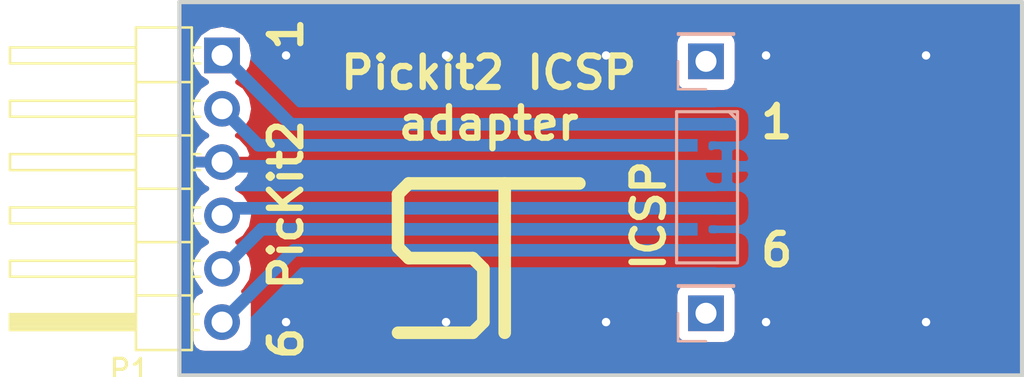
<source format=kicad_pcb>
(kicad_pcb (version 4) (host pcbnew 4.0.7)

  (general
    (links 6)
    (no_connects 0)
    (area 113.176999 105.477 162.200001 125.265)
    (thickness 1.6)
    (drawings 21)
    (tracks 22)
    (zones 0)
    (modules 4)
    (nets 7)
  )

  (page A4)
  (layers
    (0 F.Cu signal)
    (31 B.Cu signal)
    (32 B.Adhes user)
    (33 F.Adhes user)
    (34 B.Paste user)
    (35 F.Paste user)
    (36 B.SilkS user hide)
    (37 F.SilkS user)
    (38 B.Mask user)
    (39 F.Mask user)
    (40 Dwgs.User user)
    (41 Cmts.User user)
    (42 Eco1.User user)
    (43 Eco2.User user)
    (44 Edge.Cuts user)
    (45 Margin user)
    (46 B.CrtYd user)
    (47 F.CrtYd user)
    (48 B.Fab user)
    (49 F.Fab user)
  )

  (setup
    (last_trace_width 0.6)
    (trace_clearance 0.2)
    (zone_clearance 0.508)
    (zone_45_only no)
    (trace_min 0.2)
    (segment_width 0.6)
    (edge_width 0.6)
    (via_size 0.6)
    (via_drill 0.4)
    (via_min_size 0.4)
    (via_min_drill 0.3)
    (uvia_size 0.3)
    (uvia_drill 0.1)
    (uvias_allowed no)
    (uvia_min_size 0.2)
    (uvia_min_drill 0.1)
    (pcb_text_width 0.3)
    (pcb_text_size 1.5 1.5)
    (mod_edge_width 0.15)
    (mod_text_size 1 1)
    (mod_text_width 0.15)
    (pad_size 1.7 1.7)
    (pad_drill 1)
    (pad_to_mask_clearance 0.2)
    (aux_axis_origin 0 0)
    (visible_elements 7FFFFF9F)
    (pcbplotparams
      (layerselection 0x010f0_80000001)
      (usegerberextensions false)
      (excludeedgelayer true)
      (linewidth 0.150000)
      (plotframeref false)
      (viasonmask false)
      (mode 1)
      (useauxorigin false)
      (hpglpennumber 1)
      (hpglpenspeed 20)
      (hpglpendiameter 15)
      (hpglpenoverlay 2)
      (psnegative false)
      (psa4output false)
      (plotreference true)
      (plotvalue true)
      (plotinvisibletext false)
      (padsonsilk false)
      (subtractmaskfromsilk false)
      (outputformat 1)
      (mirror false)
      (drillshape 0)
      (scaleselection 1)
      (outputdirectory out/))
  )

  (net 0 "")
  (net 1 "Net-(J1-Pad1)")
  (net 2 "Net-(J1-Pad2)")
  (net 3 GND)
  (net 4 "Net-(J1-Pad4)")
  (net 5 "Net-(J1-Pad5)")
  (net 6 "Net-(J1-Pad6)")

  (net_class Default "Ceci est la Netclass par défaut"
    (clearance 0.2)
    (trace_width 0.6)
    (via_dia 0.6)
    (via_drill 0.4)
    (uvia_dia 0.3)
    (uvia_drill 0.1)
    (add_net GND)
    (add_net "Net-(J1-Pad1)")
    (add_net "Net-(J1-Pad2)")
    (add_net "Net-(J1-Pad4)")
    (add_net "Net-(J1-Pad5)")
    (add_net "Net-(J1-Pad6)")
  )

  (module Pin_Headers:Pin_Header_Angled_1x06_Pitch2.54mm (layer F.Cu) (tedit 5AE319E2) (tstamp 5ABB7DFE)
    (at 123.952 121.92 180)
    (descr "Through hole angled pin header, 1x06, 2.54mm pitch, 6mm pin length, single row")
    (tags "Through hole angled pin header THT 1x06 2.54mm single row")
    (path /5ABB75B3)
    (fp_text reference P1 (at 4.385 -2.27 180) (layer F.SilkS)
      (effects (font (size 1 1) (thickness 0.15)))
    )
    (fp_text value ICSP_PicKit2 (at -3.048 6.604 270) (layer F.Fab) hide
      (effects (font (size 1 1) (thickness 0.15)))
    )
    (fp_line (start 2.135 -1.27) (end 4.04 -1.27) (layer F.Fab) (width 0.1))
    (fp_line (start 4.04 -1.27) (end 4.04 13.97) (layer F.Fab) (width 0.1))
    (fp_line (start 4.04 13.97) (end 1.5 13.97) (layer F.Fab) (width 0.1))
    (fp_line (start 1.5 13.97) (end 1.5 -0.635) (layer F.Fab) (width 0.1))
    (fp_line (start 1.5 -0.635) (end 2.135 -1.27) (layer F.Fab) (width 0.1))
    (fp_line (start -0.32 -0.32) (end 1.5 -0.32) (layer F.Fab) (width 0.1))
    (fp_line (start -0.32 -0.32) (end -0.32 0.32) (layer F.Fab) (width 0.1))
    (fp_line (start -0.32 0.32) (end 1.5 0.32) (layer F.Fab) (width 0.1))
    (fp_line (start 4.04 -0.32) (end 10.04 -0.32) (layer F.Fab) (width 0.1))
    (fp_line (start 10.04 -0.32) (end 10.04 0.32) (layer F.Fab) (width 0.1))
    (fp_line (start 4.04 0.32) (end 10.04 0.32) (layer F.Fab) (width 0.1))
    (fp_line (start -0.32 2.22) (end 1.5 2.22) (layer F.Fab) (width 0.1))
    (fp_line (start -0.32 2.22) (end -0.32 2.86) (layer F.Fab) (width 0.1))
    (fp_line (start -0.32 2.86) (end 1.5 2.86) (layer F.Fab) (width 0.1))
    (fp_line (start 4.04 2.22) (end 10.04 2.22) (layer F.Fab) (width 0.1))
    (fp_line (start 10.04 2.22) (end 10.04 2.86) (layer F.Fab) (width 0.1))
    (fp_line (start 4.04 2.86) (end 10.04 2.86) (layer F.Fab) (width 0.1))
    (fp_line (start -0.32 4.76) (end 1.5 4.76) (layer F.Fab) (width 0.1))
    (fp_line (start -0.32 4.76) (end -0.32 5.4) (layer F.Fab) (width 0.1))
    (fp_line (start -0.32 5.4) (end 1.5 5.4) (layer F.Fab) (width 0.1))
    (fp_line (start 4.04 4.76) (end 10.04 4.76) (layer F.Fab) (width 0.1))
    (fp_line (start 10.04 4.76) (end 10.04 5.4) (layer F.Fab) (width 0.1))
    (fp_line (start 4.04 5.4) (end 10.04 5.4) (layer F.Fab) (width 0.1))
    (fp_line (start -0.32 7.3) (end 1.5 7.3) (layer F.Fab) (width 0.1))
    (fp_line (start -0.32 7.3) (end -0.32 7.94) (layer F.Fab) (width 0.1))
    (fp_line (start -0.32 7.94) (end 1.5 7.94) (layer F.Fab) (width 0.1))
    (fp_line (start 4.04 7.3) (end 10.04 7.3) (layer F.Fab) (width 0.1))
    (fp_line (start 10.04 7.3) (end 10.04 7.94) (layer F.Fab) (width 0.1))
    (fp_line (start 4.04 7.94) (end 10.04 7.94) (layer F.Fab) (width 0.1))
    (fp_line (start -0.32 9.84) (end 1.5 9.84) (layer F.Fab) (width 0.1))
    (fp_line (start -0.32 9.84) (end -0.32 10.48) (layer F.Fab) (width 0.1))
    (fp_line (start -0.32 10.48) (end 1.5 10.48) (layer F.Fab) (width 0.1))
    (fp_line (start 4.04 9.84) (end 10.04 9.84) (layer F.Fab) (width 0.1))
    (fp_line (start 10.04 9.84) (end 10.04 10.48) (layer F.Fab) (width 0.1))
    (fp_line (start 4.04 10.48) (end 10.04 10.48) (layer F.Fab) (width 0.1))
    (fp_line (start -0.32 12.38) (end 1.5 12.38) (layer F.Fab) (width 0.1))
    (fp_line (start -0.32 12.38) (end -0.32 13.02) (layer F.Fab) (width 0.1))
    (fp_line (start -0.32 13.02) (end 1.5 13.02) (layer F.Fab) (width 0.1))
    (fp_line (start 4.04 12.38) (end 10.04 12.38) (layer F.Fab) (width 0.1))
    (fp_line (start 10.04 12.38) (end 10.04 13.02) (layer F.Fab) (width 0.1))
    (fp_line (start 4.04 13.02) (end 10.04 13.02) (layer F.Fab) (width 0.1))
    (fp_line (start 1.44 -1.33) (end 1.44 14.03) (layer F.SilkS) (width 0.12))
    (fp_line (start 1.44 14.03) (end 4.1 14.03) (layer F.SilkS) (width 0.12))
    (fp_line (start 4.1 14.03) (end 4.1 -1.33) (layer F.SilkS) (width 0.12))
    (fp_line (start 4.1 -1.33) (end 1.44 -1.33) (layer F.SilkS) (width 0.12))
    (fp_line (start 4.1 -0.38) (end 10.1 -0.38) (layer F.SilkS) (width 0.12))
    (fp_line (start 10.1 -0.38) (end 10.1 0.38) (layer F.SilkS) (width 0.12))
    (fp_line (start 10.1 0.38) (end 4.1 0.38) (layer F.SilkS) (width 0.12))
    (fp_line (start 4.1 -0.32) (end 10.1 -0.32) (layer F.SilkS) (width 0.12))
    (fp_line (start 4.1 -0.2) (end 10.1 -0.2) (layer F.SilkS) (width 0.12))
    (fp_line (start 4.1 -0.08) (end 10.1 -0.08) (layer F.SilkS) (width 0.12))
    (fp_line (start 4.1 0.04) (end 10.1 0.04) (layer F.SilkS) (width 0.12))
    (fp_line (start 4.1 0.16) (end 10.1 0.16) (layer F.SilkS) (width 0.12))
    (fp_line (start 4.1 0.28) (end 10.1 0.28) (layer F.SilkS) (width 0.12))
    (fp_line (start 1.11 -0.38) (end 1.44 -0.38) (layer F.SilkS) (width 0.12))
    (fp_line (start 1.11 0.38) (end 1.44 0.38) (layer F.SilkS) (width 0.12))
    (fp_line (start 1.44 1.27) (end 4.1 1.27) (layer F.SilkS) (width 0.12))
    (fp_line (start 4.1 2.16) (end 10.1 2.16) (layer F.SilkS) (width 0.12))
    (fp_line (start 10.1 2.16) (end 10.1 2.92) (layer F.SilkS) (width 0.12))
    (fp_line (start 10.1 2.92) (end 4.1 2.92) (layer F.SilkS) (width 0.12))
    (fp_line (start 1.042929 2.16) (end 1.44 2.16) (layer F.SilkS) (width 0.12))
    (fp_line (start 1.042929 2.92) (end 1.44 2.92) (layer F.SilkS) (width 0.12))
    (fp_line (start 1.44 3.81) (end 4.1 3.81) (layer F.SilkS) (width 0.12))
    (fp_line (start 4.1 4.7) (end 10.1 4.7) (layer F.SilkS) (width 0.12))
    (fp_line (start 10.1 4.7) (end 10.1 5.46) (layer F.SilkS) (width 0.12))
    (fp_line (start 10.1 5.46) (end 4.1 5.46) (layer F.SilkS) (width 0.12))
    (fp_line (start 1.042929 4.7) (end 1.44 4.7) (layer F.SilkS) (width 0.12))
    (fp_line (start 1.042929 5.46) (end 1.44 5.46) (layer F.SilkS) (width 0.12))
    (fp_line (start 1.44 6.35) (end 4.1 6.35) (layer F.SilkS) (width 0.12))
    (fp_line (start 4.1 7.24) (end 10.1 7.24) (layer F.SilkS) (width 0.12))
    (fp_line (start 10.1 7.24) (end 10.1 8) (layer F.SilkS) (width 0.12))
    (fp_line (start 10.1 8) (end 4.1 8) (layer F.SilkS) (width 0.12))
    (fp_line (start 1.042929 7.24) (end 1.44 7.24) (layer F.SilkS) (width 0.12))
    (fp_line (start 1.042929 8) (end 1.44 8) (layer F.SilkS) (width 0.12))
    (fp_line (start 1.44 8.89) (end 4.1 8.89) (layer F.SilkS) (width 0.12))
    (fp_line (start 4.1 9.78) (end 10.1 9.78) (layer F.SilkS) (width 0.12))
    (fp_line (start 10.1 9.78) (end 10.1 10.54) (layer F.SilkS) (width 0.12))
    (fp_line (start 10.1 10.54) (end 4.1 10.54) (layer F.SilkS) (width 0.12))
    (fp_line (start 1.042929 9.78) (end 1.44 9.78) (layer F.SilkS) (width 0.12))
    (fp_line (start 1.042929 10.54) (end 1.44 10.54) (layer F.SilkS) (width 0.12))
    (fp_line (start 1.44 11.43) (end 4.1 11.43) (layer F.SilkS) (width 0.12))
    (fp_line (start 4.1 12.32) (end 10.1 12.32) (layer F.SilkS) (width 0.12))
    (fp_line (start 10.1 12.32) (end 10.1 13.08) (layer F.SilkS) (width 0.12))
    (fp_line (start 10.1 13.08) (end 4.1 13.08) (layer F.SilkS) (width 0.12))
    (fp_line (start 1.042929 12.32) (end 1.44 12.32) (layer F.SilkS) (width 0.12))
    (fp_line (start 1.042929 13.08) (end 1.44 13.08) (layer F.SilkS) (width 0.12))
    (fp_line (start -1.8 -1.8) (end -1.8 14.5) (layer F.CrtYd) (width 0.05))
    (fp_line (start -1.8 14.5) (end 10.55 14.5) (layer F.CrtYd) (width 0.05))
    (fp_line (start 10.55 14.5) (end 10.55 -1.8) (layer F.CrtYd) (width 0.05))
    (fp_line (start 10.55 -1.8) (end -1.8 -1.8) (layer F.CrtYd) (width 0.05))
    (fp_text user %R (at 2.77 6.35 270) (layer F.Fab) hide
      (effects (font (size 1 1) (thickness 0.15)))
    )
    (pad 6 thru_hole oval (at 0 0 180) (size 1.7 1.7) (drill 1) (layers *.Cu *.Mask)
      (net 6 "Net-(J1-Pad6)"))
    (pad 5 thru_hole oval (at 0 2.54 180) (size 1.7 1.7) (drill 1) (layers *.Cu *.Mask)
      (net 5 "Net-(J1-Pad5)"))
    (pad 4 thru_hole oval (at 0 5.08 180) (size 1.7 1.7) (drill 1) (layers *.Cu *.Mask)
      (net 4 "Net-(J1-Pad4)"))
    (pad 3 thru_hole oval (at 0 7.62 180) (size 1.7 1.7) (drill 1) (layers *.Cu *.Mask)
      (net 3 GND))
    (pad 2 thru_hole oval (at 0 10.16 180) (size 1.7 1.7) (drill 1) (layers *.Cu *.Mask)
      (net 2 "Net-(J1-Pad2)"))
    (pad 1 thru_hole rect (at 0 12.7 180) (size 1.7 1.7) (drill 1) (layers *.Cu *.Mask)
      (net 1 "Net-(J1-Pad1)"))
    (model ${KISYS3DMOD}/Pin_Headers.3dshapes/Pin_Header_Angled_1x06_Pitch2.54mm.wrl
      (at (xyz 0 0 0))
      (scale (xyz 1 1 1))
      (rotate (xyz 0 0 0))
    )
  )

  (module Pin_Headers:Pin_Header_Straight_1x01_Pitch2.54mm (layer B.Cu) (tedit 5ABB7FD6) (tstamp 5ABB7F37)
    (at 147 121.5)
    (descr "Through hole straight pin header, 1x01, 2.54mm pitch, single row")
    (tags "Through hole pin header THT 1x01 2.54mm single row")
    (fp_text reference REF** (at 0 2.33) (layer B.SilkS) hide
      (effects (font (size 1 1) (thickness 0.15)) (justify mirror))
    )
    (fp_text value Pin_Header_Straight_1x01_Pitch2.54mm (at 0 -2.33) (layer B.Fab) hide
      (effects (font (size 1 1) (thickness 0.15)) (justify mirror))
    )
    (fp_line (start -0.635 1.27) (end 1.27 1.27) (layer B.Fab) (width 0.1))
    (fp_line (start 1.27 1.27) (end 1.27 -1.27) (layer B.Fab) (width 0.1))
    (fp_line (start 1.27 -1.27) (end -1.27 -1.27) (layer B.Fab) (width 0.1))
    (fp_line (start -1.27 -1.27) (end -1.27 0.635) (layer B.Fab) (width 0.1))
    (fp_line (start -1.27 0.635) (end -0.635 1.27) (layer B.Fab) (width 0.1))
    (fp_line (start -1.33 -1.33) (end 1.33 -1.33) (layer B.SilkS) (width 0.12))
    (fp_line (start -1.33 -1.27) (end -1.33 -1.33) (layer B.SilkS) (width 0.12))
    (fp_line (start 1.33 -1.27) (end 1.33 -1.33) (layer B.SilkS) (width 0.12))
    (fp_line (start -1.33 -1.27) (end 1.33 -1.27) (layer B.SilkS) (width 0.12))
    (fp_line (start -1.33 0) (end -1.33 1.33) (layer B.SilkS) (width 0.12))
    (fp_line (start -1.33 1.33) (end 0 1.33) (layer B.SilkS) (width 0.12))
    (fp_line (start -1.8 1.8) (end -1.8 -1.8) (layer B.CrtYd) (width 0.05))
    (fp_line (start -1.8 -1.8) (end 1.8 -1.8) (layer B.CrtYd) (width 0.05))
    (fp_line (start 1.8 -1.8) (end 1.8 1.8) (layer B.CrtYd) (width 0.05))
    (fp_line (start 1.8 1.8) (end -1.8 1.8) (layer B.CrtYd) (width 0.05))
    (fp_text user %R (at 0 0 90) (layer B.Fab) hide
      (effects (font (size 1 1) (thickness 0.15)) (justify mirror))
    )
    (pad 1 thru_hole rect (at 0 0) (size 1.7 1.7) (drill 1) (layers *.Cu *.Mask))
    (model ${KISYS3DMOD}/Pin_Headers.3dshapes/Pin_Header_Straight_1x01_Pitch2.54mm.wrl
      (at (xyz 0 0 0))
      (scale (xyz 1 1 1))
      (rotate (xyz 0 0 0))
    )
  )

  (module "AVX 00-9188 006:AVX_00-9188_006" (layer B.Cu) (tedit 5ABB81B0) (tstamp 5ABB7DF4)
    (at 148 112.5 270)
    (path /5ABB7664)
    (fp_text reference J1 (at 3.5 3.25 270) (layer B.SilkS) hide
      (effects (font (size 1 1) (thickness 0.15)) (justify mirror))
    )
    (fp_text value "AVX 00-9188 006" (at 3.5 4.75 270) (layer B.Fab) hide
      (effects (font (size 1 1) (thickness 0.15)) (justify mirror))
    )
    (fp_line (start -0.6 -0.1) (end -0.2 -0.5) (layer B.SilkS) (width 0.15))
    (fp_line (start -0.6 -0.5) (end -0.6 2.4) (layer B.SilkS) (width 0.15))
    (fp_line (start -0.6 2.4) (end 6.6 2.4) (layer B.SilkS) (width 0.15))
    (fp_line (start 6.6 2.4) (end 6.6 -0.5) (layer B.SilkS) (width 0.15))
    (fp_line (start 6.6 -0.5) (end -0.6 -0.5) (layer B.SilkS) (width 0.15))
    (pad 1 smd rect (at 0 0 270) (size 0.6 1) (layers B.Cu B.Paste B.Mask)
      (net 1 "Net-(J1-Pad1)"))
    (pad 2 smd rect (at 1 1.9 270) (size 0.6 1) (layers B.Cu B.Paste B.Mask)
      (net 2 "Net-(J1-Pad2)"))
    (pad 3 smd rect (at 2 0 270) (size 0.6 1) (layers B.Cu B.Paste B.Mask)
      (net 3 GND))
    (pad 4 smd rect (at 4 0 270) (size 0.6 1) (layers B.Cu B.Paste B.Mask)
      (net 4 "Net-(J1-Pad4)"))
    (pad 5 smd rect (at 5 1.9 270) (size 0.6 1) (layers B.Cu B.Paste B.Mask)
      (net 5 "Net-(J1-Pad5)"))
    (pad 6 smd rect (at 6 0 270) (size 0.6 1) (layers B.Cu B.Paste B.Mask)
      (net 6 "Net-(J1-Pad6)"))
  )

  (module Pin_Headers:Pin_Header_Straight_1x01_Pitch2.54mm (layer B.Cu) (tedit 5ABB7FCE) (tstamp 5ABB7E26)
    (at 147 109.5)
    (descr "Through hole straight pin header, 1x01, 2.54mm pitch, single row")
    (tags "Through hole pin header THT 1x01 2.54mm single row")
    (fp_text reference REF** (at 0 -3.048) (layer B.SilkS) hide
      (effects (font (size 1 1) (thickness 0.15)) (justify mirror))
    )
    (fp_text value Pin_Header_Straight_1x01_Pitch2.54mm (at 0 -2.33) (layer B.Fab) hide
      (effects (font (size 1 1) (thickness 0.15)) (justify mirror))
    )
    (fp_line (start -0.635 1.27) (end 1.27 1.27) (layer B.Fab) (width 0.1))
    (fp_line (start 1.27 1.27) (end 1.27 -1.27) (layer B.Fab) (width 0.1))
    (fp_line (start 1.27 -1.27) (end -1.27 -1.27) (layer B.Fab) (width 0.1))
    (fp_line (start -1.27 -1.27) (end -1.27 0.635) (layer B.Fab) (width 0.1))
    (fp_line (start -1.27 0.635) (end -0.635 1.27) (layer B.Fab) (width 0.1))
    (fp_line (start -1.33 -1.33) (end 1.33 -1.33) (layer B.SilkS) (width 0.12))
    (fp_line (start -1.33 -1.27) (end -1.33 -1.33) (layer B.SilkS) (width 0.12))
    (fp_line (start 1.33 -1.27) (end 1.33 -1.33) (layer B.SilkS) (width 0.12))
    (fp_line (start -1.33 -1.27) (end 1.33 -1.27) (layer B.SilkS) (width 0.12))
    (fp_line (start -1.33 0) (end -1.33 1.33) (layer B.SilkS) (width 0.12))
    (fp_line (start -1.33 1.33) (end 0 1.33) (layer B.SilkS) (width 0.12))
    (fp_line (start -1.8 1.8) (end -1.8 -1.8) (layer B.CrtYd) (width 0.05))
    (fp_line (start -1.8 -1.8) (end 1.8 -1.8) (layer B.CrtYd) (width 0.05))
    (fp_line (start 1.8 -1.8) (end 1.8 1.8) (layer B.CrtYd) (width 0.05))
    (fp_line (start 1.8 1.8) (end -1.8 1.8) (layer B.CrtYd) (width 0.05))
    (fp_text user %R (at 0 0 90) (layer B.Fab) hide
      (effects (font (size 1 1) (thickness 0.15)) (justify mirror))
    )
    (pad 1 thru_hole rect (at 0 0) (size 1.7 1.7) (drill 1) (layers *.Cu *.Mask))
    (model ${KISYS3DMOD}/Pin_Headers.3dshapes/Pin_Header_Straight_1x01_Pitch2.54mm.wrl
      (at (xyz 0 0 0))
      (scale (xyz 1 1 1))
      (rotate (xyz 0 0 0))
    )
  )

  (gr_text 6 (at 150.368 118.491) (layer F.SilkS)
    (effects (font (size 1.5 1.5) (thickness 0.3)))
  )
  (gr_text 1 (at 150.368 112.395) (layer F.SilkS)
    (effects (font (size 1.5 1.5) (thickness 0.3)))
  )
  (gr_text 1 (at 127 108.204 90) (layer F.SilkS)
    (effects (font (size 1.5 1.5) (thickness 0.3)))
  )
  (gr_text 6 (at 127 122.936 90) (layer F.SilkS)
    (effects (font (size 1.5 1.5) (thickness 0.3)))
  )
  (gr_line (start 137.414 122.428) (end 137.414 115.316) (angle 90) (layer F.SilkS) (width 0.6))
  (gr_line (start 132.842 115.316) (end 140.97 115.316) (angle 90) (layer F.SilkS) (width 0.6))
  (gr_line (start 132.334 115.824) (end 132.842 115.316) (angle 90) (layer F.SilkS) (width 0.6))
  (gr_line (start 132.334 118.364) (end 132.334 115.824) (angle 90) (layer F.SilkS) (width 0.6))
  (gr_line (start 132.842 118.872) (end 132.334 118.364) (angle 90) (layer F.SilkS) (width 0.6))
  (gr_line (start 135.89 118.872) (end 132.842 118.872) (angle 90) (layer F.SilkS) (width 0.6))
  (gr_line (start 136.398 119.38) (end 135.89 118.872) (angle 90) (layer F.SilkS) (width 0.6))
  (gr_line (start 136.398 121.92) (end 136.398 119.38) (angle 90) (layer F.SilkS) (width 0.6))
  (gr_line (start 135.89 122.428) (end 136.398 121.92) (angle 90) (layer F.SilkS) (width 0.6))
  (gr_line (start 132.334 122.428) (end 135.89 122.428) (angle 90) (layer F.SilkS) (width 0.6))
  (gr_text "Pickit2 ICSP\nadapter" (at 136.652 111.252) (layer F.SilkS)
    (effects (font (size 1.5 1.5) (thickness 0.3)))
  )
  (gr_text ICSP (at 144.272 116.84 90) (layer F.SilkS)
    (effects (font (size 1.5 1.5) (thickness 0.3)))
  )
  (gr_text PicKit2 (at 127 116.332 90) (layer F.SilkS)
    (effects (font (size 1.5 1.5) (thickness 0.3)))
  )
  (gr_line (start 121.92 124.46) (end 121.92 106.68) (angle 90) (layer Edge.Cuts) (width 0.2))
  (gr_line (start 162.052 124.46) (end 121.92 124.46) (angle 90) (layer Edge.Cuts) (width 0.2))
  (gr_line (start 162.052 106.68) (end 162.052 124.46) (angle 90) (layer Edge.Cuts) (width 0.2))
  (gr_line (start 121.92 106.68) (end 162.052 106.68) (angle 90) (layer Edge.Cuts) (width 0.2))

  (via (at 157.48 121.92) (size 0.6) (drill 0.4) (layers F.Cu B.Cu) (net 0))
  (via (at 157.48 109.22) (size 0.6) (drill 0.4) (layers F.Cu B.Cu) (net 0))
  (via (at 149.86 109.22) (size 0.6) (drill 0.4) (layers F.Cu B.Cu) (net 0))
  (via (at 149.86 121.92) (size 0.6) (drill 0.4) (layers F.Cu B.Cu) (net 0))
  (via (at 134.62 121.92) (size 0.6) (drill 0.4) (layers F.Cu B.Cu) (net 0))
  (via (at 134.62 109.22) (size 0.6) (drill 0.4) (layers F.Cu B.Cu) (net 0))
  (via (at 142.24 109.22) (size 0.6) (drill 0.4) (layers F.Cu B.Cu) (net 0))
  (via (at 142.24 121.92) (size 0.6) (drill 0.4) (layers F.Cu B.Cu) (net 0))
  (via (at 127 121.92) (size 0.6) (drill 0.4) (layers F.Cu B.Cu) (net 0))
  (via (at 127 109.22) (size 0.6) (drill 0.4) (layers F.Cu B.Cu) (net 0))
  (segment (start 123.952 109.22) (end 127.232 112.5) (width 0.6) (layer B.Cu) (net 1))
  (segment (start 127.232 112.5) (end 148 112.5) (width 0.6) (layer B.Cu) (net 1) (tstamp 5ABB84B7))
  (segment (start 123.952 111.76) (end 125.692 113.5) (width 0.6) (layer B.Cu) (net 2))
  (segment (start 125.692 113.5) (end 146.1 113.5) (width 0.6) (layer B.Cu) (net 2) (tstamp 5ABB84B4))
  (segment (start 123.952 114.3) (end 124.152 114.5) (width 0.6) (layer B.Cu) (net 3))
  (segment (start 124.152 114.5) (end 148 114.5) (width 0.6) (layer B.Cu) (net 3) (tstamp 5ABB84B1))
  (segment (start 123.952 116.84) (end 124.292 116.5) (width 0.6) (layer B.Cu) (net 4))
  (segment (start 124.292 116.5) (end 148 116.5) (width 0.6) (layer B.Cu) (net 4) (tstamp 5ABB84A2))
  (segment (start 123.952 119.38) (end 125.832 117.5) (width 0.6) (layer B.Cu) (net 5))
  (segment (start 125.832 117.5) (end 146.1 117.5) (width 0.6) (layer B.Cu) (net 5) (tstamp 5ABB84A9))
  (segment (start 123.952 121.92) (end 127.372 118.5) (width 0.6) (layer B.Cu) (net 6))
  (segment (start 127.372 118.5) (end 148 118.5) (width 0.6) (layer B.Cu) (net 6) (tstamp 5ABB84AD))

  (zone (net 3) (net_name GND) (layer B.Cu) (tstamp 5ABB8120) (hatch edge 0.508)
    (connect_pads (clearance 0.508))
    (min_thickness 0.254)
    (fill yes (arc_segments 16) (thermal_gap 0.508) (thermal_bridge_width 0.508))
    (polygon
      (pts
        (xy 121.92 106.68) (xy 162.052 106.68) (xy 162.052 124.46) (xy 121.92 124.46)
      )
    )
    (filled_polygon
      (pts
        (xy 161.925 124.333) (xy 122.047 124.333) (xy 122.047 109.22) (xy 122.437907 109.22) (xy 122.550946 109.788285)
        (xy 122.872853 110.270054) (xy 123.202026 110.49) (xy 122.872853 110.709946) (xy 122.550946 111.191715) (xy 122.437907 111.76)
        (xy 122.550946 112.328285) (xy 122.872853 112.810054) (xy 123.213553 113.037702) (xy 123.070642 113.104817) (xy 122.680355 113.533076)
        (xy 122.510524 113.94311) (xy 122.631845 114.173) (xy 123.825 114.173) (xy 123.825 114.153) (xy 124.079 114.153)
        (xy 124.079 114.173) (xy 124.099 114.173) (xy 124.099 114.427) (xy 124.079 114.427) (xy 124.079 114.447)
        (xy 123.825 114.447) (xy 123.825 114.427) (xy 122.631845 114.427) (xy 122.510524 114.65689) (xy 122.680355 115.066924)
        (xy 123.070642 115.495183) (xy 123.213553 115.562298) (xy 122.872853 115.789946) (xy 122.550946 116.271715) (xy 122.437907 116.84)
        (xy 122.550946 117.408285) (xy 122.872853 117.890054) (xy 123.202026 118.11) (xy 122.872853 118.329946) (xy 122.550946 118.811715)
        (xy 122.437907 119.38) (xy 122.550946 119.948285) (xy 122.872853 120.430054) (xy 122.914452 120.45785) (xy 122.866683 120.466838)
        (xy 122.650559 120.60591) (xy 122.505569 120.81811) (xy 122.45456 121.07) (xy 122.45456 122.77) (xy 122.498838 123.005317)
        (xy 122.63791 123.221441) (xy 122.85011 123.366431) (xy 123.102 123.41744) (xy 124.802 123.41744) (xy 125.037317 123.373162)
        (xy 125.253441 123.23409) (xy 125.398431 123.02189) (xy 125.44944 122.77) (xy 125.44944 121.74485) (xy 126.54429 120.65)
        (xy 145.50256 120.65) (xy 145.50256 122.35) (xy 145.546838 122.585317) (xy 145.68591 122.801441) (xy 145.89811 122.946431)
        (xy 146.15 122.99744) (xy 147.85 122.99744) (xy 148.085317 122.953162) (xy 148.301441 122.81409) (xy 148.446431 122.60189)
        (xy 148.49744 122.35) (xy 148.49744 120.65) (xy 148.453162 120.414683) (xy 148.31409 120.198559) (xy 148.10189 120.053569)
        (xy 147.85 120.00256) (xy 146.15 120.00256) (xy 145.914683 120.046838) (xy 145.698559 120.18591) (xy 145.553569 120.39811)
        (xy 145.50256 120.65) (xy 126.54429 120.65) (xy 127.75929 119.435) (xy 147.438569 119.435) (xy 147.5 119.44744)
        (xy 148.5 119.44744) (xy 148.735317 119.403162) (xy 148.951441 119.26409) (xy 149.096431 119.05189) (xy 149.14744 118.8)
        (xy 149.14744 118.2) (xy 149.103162 117.964683) (xy 148.96409 117.748559) (xy 148.75189 117.603569) (xy 148.5 117.55256)
        (xy 147.5 117.55256) (xy 147.433887 117.565) (xy 147.24744 117.565) (xy 147.24744 117.435) (xy 147.438569 117.435)
        (xy 147.5 117.44744) (xy 148.5 117.44744) (xy 148.735317 117.403162) (xy 148.951441 117.26409) (xy 149.096431 117.05189)
        (xy 149.14744 116.8) (xy 149.14744 116.2) (xy 149.103162 115.964683) (xy 148.96409 115.748559) (xy 148.75189 115.603569)
        (xy 148.5 115.55256) (xy 147.5 115.55256) (xy 147.433887 115.565) (xy 124.694491 115.565) (xy 124.690447 115.562298)
        (xy 124.833358 115.495183) (xy 125.223645 115.066924) (xy 125.340103 114.78575) (xy 146.865 114.78575) (xy 146.865 114.926309)
        (xy 146.961673 115.159698) (xy 147.140301 115.338327) (xy 147.37369 115.435) (xy 147.71425 115.435) (xy 147.873 115.27625)
        (xy 147.873 114.627) (xy 148.127 114.627) (xy 148.127 115.27625) (xy 148.28575 115.435) (xy 148.62631 115.435)
        (xy 148.859699 115.338327) (xy 149.038327 115.159698) (xy 149.135 114.926309) (xy 149.135 114.78575) (xy 148.97625 114.627)
        (xy 148.127 114.627) (xy 147.873 114.627) (xy 147.02375 114.627) (xy 146.865 114.78575) (xy 125.340103 114.78575)
        (xy 125.393476 114.65689) (xy 125.272156 114.427002) (xy 125.437 114.427002) (xy 125.437 114.384277) (xy 125.692 114.435001)
        (xy 125.692005 114.435) (xy 145.538569 114.435) (xy 145.6 114.44744) (xy 146.6 114.44744) (xy 146.835317 114.403162)
        (xy 146.968324 114.317574) (xy 147.02375 114.373) (xy 147.873 114.373) (xy 147.873 113.72375) (xy 148.127 113.72375)
        (xy 148.127 114.373) (xy 148.97625 114.373) (xy 149.135 114.21425) (xy 149.135 114.073691) (xy 149.038327 113.840302)
        (xy 148.859699 113.661673) (xy 148.62631 113.565) (xy 148.28575 113.565) (xy 148.127 113.72375) (xy 147.873 113.72375)
        (xy 147.71425 113.565) (xy 147.37369 113.565) (xy 147.24744 113.617295) (xy 147.24744 113.435) (xy 147.438569 113.435)
        (xy 147.5 113.44744) (xy 148.5 113.44744) (xy 148.735317 113.403162) (xy 148.951441 113.26409) (xy 149.096431 113.05189)
        (xy 149.14744 112.8) (xy 149.14744 112.2) (xy 149.103162 111.964683) (xy 148.96409 111.748559) (xy 148.75189 111.603569)
        (xy 148.5 111.55256) (xy 147.5 111.55256) (xy 147.433887 111.565) (xy 127.619289 111.565) (xy 125.434271 109.379981)
        (xy 125.466093 109.22) (xy 125.353054 108.651715) (xy 125.351909 108.65) (xy 145.50256 108.65) (xy 145.50256 110.35)
        (xy 145.546838 110.585317) (xy 145.68591 110.801441) (xy 145.89811 110.946431) (xy 146.15 110.99744) (xy 147.85 110.99744)
        (xy 148.085317 110.953162) (xy 148.301441 110.81409) (xy 148.446431 110.60189) (xy 148.49744 110.35) (xy 148.49744 108.65)
        (xy 148.453162 108.414683) (xy 148.31409 108.198559) (xy 148.10189 108.053569) (xy 147.85 108.00256) (xy 146.15 108.00256)
        (xy 145.914683 108.046838) (xy 145.698559 108.18591) (xy 145.553569 108.39811) (xy 145.50256 108.65) (xy 125.351909 108.65)
        (xy 125.031147 108.169946) (xy 124.549378 107.848039) (xy 123.981093 107.735) (xy 123.922907 107.735) (xy 123.354622 107.848039)
        (xy 122.872853 108.169946) (xy 122.550946 108.651715) (xy 122.437907 109.22) (xy 122.047 109.22) (xy 122.047 106.807)
        (xy 161.925 106.807)
      )
    )
  )
  (zone (net 3) (net_name GND) (layer F.Cu) (tstamp 5ABB8146) (hatch edge 0.508)
    (connect_pads (clearance 0.508))
    (min_thickness 0.254)
    (fill yes (arc_segments 16) (thermal_gap 0.508) (thermal_bridge_width 0.508))
    (polygon
      (pts
        (xy 121.92 106.68) (xy 162.052 106.68) (xy 162.052 124.46) (xy 121.92 124.46)
      )
    )
    (filled_polygon
      (pts
        (xy 161.925 124.333) (xy 122.047 124.333) (xy 122.047 116.84) (xy 122.437907 116.84) (xy 122.550946 117.408285)
        (xy 122.872853 117.890054) (xy 123.202026 118.11) (xy 122.872853 118.329946) (xy 122.550946 118.811715) (xy 122.437907 119.38)
        (xy 122.550946 119.948285) (xy 122.872853 120.430054) (xy 122.914452 120.45785) (xy 122.866683 120.466838) (xy 122.650559 120.60591)
        (xy 122.505569 120.81811) (xy 122.45456 121.07) (xy 122.45456 122.77) (xy 122.498838 123.005317) (xy 122.63791 123.221441)
        (xy 122.85011 123.366431) (xy 123.102 123.41744) (xy 124.802 123.41744) (xy 125.037317 123.373162) (xy 125.253441 123.23409)
        (xy 125.398431 123.02189) (xy 125.44944 122.77) (xy 125.44944 121.07) (xy 125.405162 120.834683) (xy 125.286322 120.65)
        (xy 145.50256 120.65) (xy 145.50256 122.35) (xy 145.546838 122.585317) (xy 145.68591 122.801441) (xy 145.89811 122.946431)
        (xy 146.15 122.99744) (xy 147.85 122.99744) (xy 148.085317 122.953162) (xy 148.301441 122.81409) (xy 148.446431 122.60189)
        (xy 148.49744 122.35) (xy 148.49744 120.65) (xy 148.453162 120.414683) (xy 148.31409 120.198559) (xy 148.10189 120.053569)
        (xy 147.85 120.00256) (xy 146.15 120.00256) (xy 145.914683 120.046838) (xy 145.698559 120.18591) (xy 145.553569 120.39811)
        (xy 145.50256 120.65) (xy 125.286322 120.65) (xy 125.26609 120.618559) (xy 125.05389 120.473569) (xy 124.986459 120.459914)
        (xy 125.031147 120.430054) (xy 125.353054 119.948285) (xy 125.466093 119.38) (xy 125.353054 118.811715) (xy 125.031147 118.329946)
        (xy 124.701974 118.11) (xy 125.031147 117.890054) (xy 125.353054 117.408285) (xy 125.466093 116.84) (xy 125.353054 116.271715)
        (xy 125.031147 115.789946) (xy 124.690447 115.562298) (xy 124.833358 115.495183) (xy 125.223645 115.066924) (xy 125.393476 114.65689)
        (xy 125.272155 114.427) (xy 124.079 114.427) (xy 124.079 114.447) (xy 123.825 114.447) (xy 123.825 114.427)
        (xy 122.631845 114.427) (xy 122.510524 114.65689) (xy 122.680355 115.066924) (xy 123.070642 115.495183) (xy 123.213553 115.562298)
        (xy 122.872853 115.789946) (xy 122.550946 116.271715) (xy 122.437907 116.84) (xy 122.047 116.84) (xy 122.047 109.22)
        (xy 122.437907 109.22) (xy 122.550946 109.788285) (xy 122.872853 110.270054) (xy 123.202026 110.49) (xy 122.872853 110.709946)
        (xy 122.550946 111.191715) (xy 122.437907 111.76) (xy 122.550946 112.328285) (xy 122.872853 112.810054) (xy 123.213553 113.037702)
        (xy 123.070642 113.104817) (xy 122.680355 113.533076) (xy 122.510524 113.94311) (xy 122.631845 114.173) (xy 123.825 114.173)
        (xy 123.825 114.153) (xy 124.079 114.153) (xy 124.079 114.173) (xy 125.272155 114.173) (xy 125.393476 113.94311)
        (xy 125.223645 113.533076) (xy 124.833358 113.104817) (xy 124.690447 113.037702) (xy 125.031147 112.810054) (xy 125.353054 112.328285)
        (xy 125.466093 111.76) (xy 125.353054 111.191715) (xy 125.031147 110.709946) (xy 124.701974 110.49) (xy 125.031147 110.270054)
        (xy 125.353054 109.788285) (xy 125.466093 109.22) (xy 125.353054 108.651715) (xy 125.351909 108.65) (xy 145.50256 108.65)
        (xy 145.50256 110.35) (xy 145.546838 110.585317) (xy 145.68591 110.801441) (xy 145.89811 110.946431) (xy 146.15 110.99744)
        (xy 147.85 110.99744) (xy 148.085317 110.953162) (xy 148.301441 110.81409) (xy 148.446431 110.60189) (xy 148.49744 110.35)
        (xy 148.49744 108.65) (xy 148.453162 108.414683) (xy 148.31409 108.198559) (xy 148.10189 108.053569) (xy 147.85 108.00256)
        (xy 146.15 108.00256) (xy 145.914683 108.046838) (xy 145.698559 108.18591) (xy 145.553569 108.39811) (xy 145.50256 108.65)
        (xy 125.351909 108.65) (xy 125.031147 108.169946) (xy 124.549378 107.848039) (xy 123.981093 107.735) (xy 123.922907 107.735)
        (xy 123.354622 107.848039) (xy 122.872853 108.169946) (xy 122.550946 108.651715) (xy 122.437907 109.22) (xy 122.047 109.22)
        (xy 122.047 106.807) (xy 161.925 106.807)
      )
    )
  )
)

</source>
